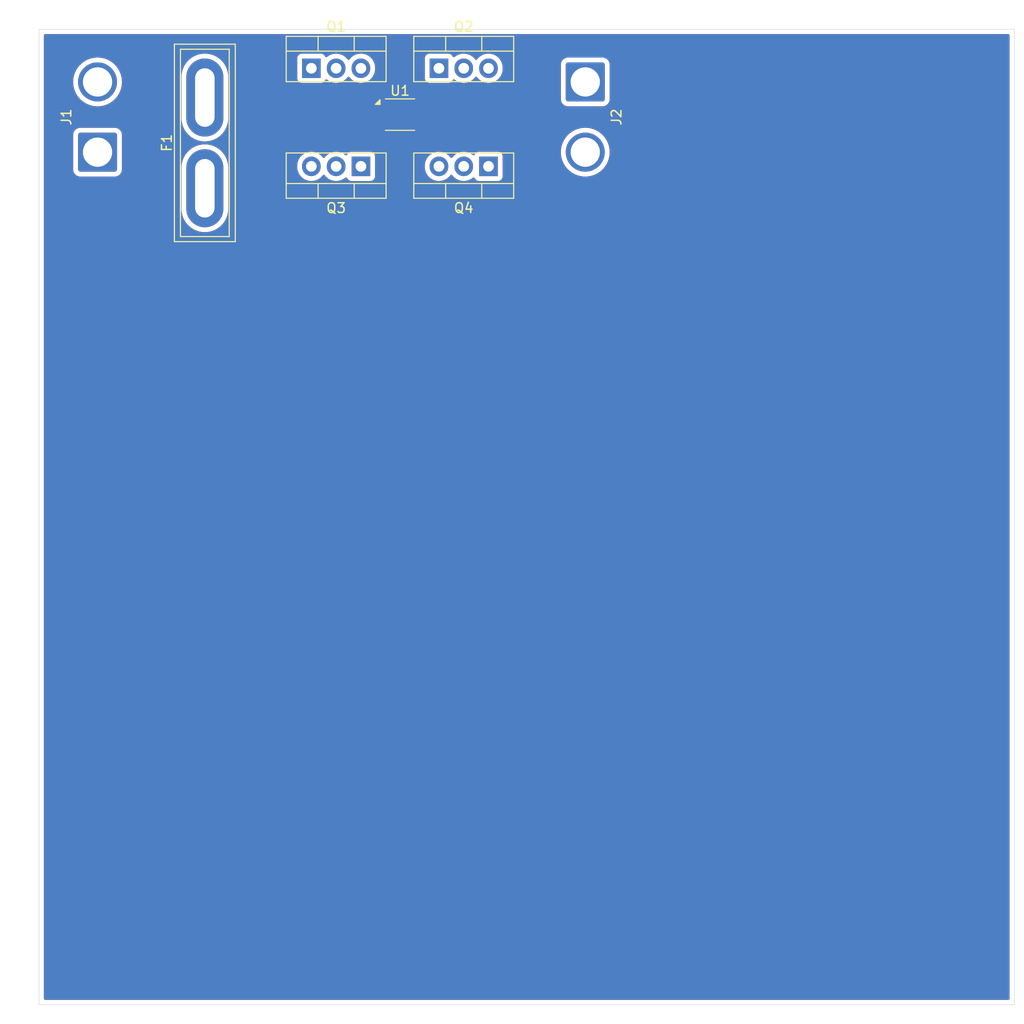
<source format=kicad_pcb>
(kicad_pcb (version 20240108) (generator "pcbnew") (generator_version "8.0")
  (layers (0 "F.Cu" signal) (31 "B.Cu" signal) (34 "B.Paste" user) (35 "F.Paste" user) (36 "B.SilkS" user "B.Silkscreen") (37 "F.SilkS" user "F.Silkscreen") (38 "B.Mask" user) (39 "F.Mask" user) (44 "Edge.Cuts" user))
  (net 0 "")
  (net 1 "Net-(Q1-D)")
  (net 2 "Net-(J1-Pin_2)")
  (net 3 "Net-(J1-Pin_1)")
  (net 4 "Net-(J2-Pin_2)")
  (net 5 "Net-(J2-Pin_1)")
  (net 6 "Net-(Q1-G)")
  (net 7 "Net-(Q2-G)")
  (net 8 "Net-(Q3-G)")
  (net 9 "Net-(Q4-G)")
  (footprint "Connector_Wire:SolderWire-2.5sqmm_1x02_P7.2mm_D2.4mm_OD3.6mm" (layer "F.Cu") (at 142 70.6 90)
    (property "Reference" "J1" (at 3.6 -3.2 270) (layer "F.SilkS"))
    (property "Value" "AC_IN")
    (pad "1" thru_hole roundrect (at 0 0 90) (size 4 4) (drill 3) (layers "*.Cu" "*.Mask") (roundrect_rratio 0.0625) (net 3 "Net-(J1-Pin_1)"))
    (pad "2" thru_hole circle (at 7.2 0 90) (size 4 4) (drill 3) (layers "*.Cu" "*.Mask") (net 2 "Net-(J1-Pin_2)"))
  )
  (footprint "Connector_Wire:SolderWire-2.5sqmm_1x02_P7.2mm_D2.4mm_OD3.6mm" (layer "F.Cu") (at 192 63.4 -90)
    (property "Reference" "J2" (at 3.6 -3.2 90) (layer "F.SilkS"))
    (property "Value" "DC_OUT")
    (pad "1" thru_hole roundrect (at 0 0 270) (size 4 4) (drill 3) (layers "*.Cu" "*.Mask") (roundrect_rratio 0.0625) (net 5 "Net-(J2-Pin_1)"))
    (pad "2" thru_hole circle (at 7.2 0 270) (size 4 4) (drill 3) (layers "*.Cu" "*.Mask") (net 4 "Net-(J2-Pin_2)"))
  )
  (footprint "Package_TO_SOT_THT:TO-220-3_Vertical" (layer "F.Cu") (at 177 62)
    (property "Reference" "Q2" (at 2.54 -4.27 0) (layer "F.SilkS"))
    (property "Value" "IRF540N")
    (fp_line (start -2.58 -3.27) (end -2.58 1.371) (stroke (width 0.12)) (layer "F.SilkS"))
    (fp_line (start -2.58 -3.27) (end 7.66 -3.27) (stroke (width 0.12)) (layer "F.SilkS"))
    (fp_line (start -2.58 -1.76) (end 7.66 -1.76) (stroke (width 0.12)) (layer "F.SilkS"))
    (fp_line (start -2.58 1.371) (end 7.66 1.371) (stroke (width 0.12)) (layer "F.SilkS"))
    (fp_line (start 0.69 -3.27) (end 0.69 -1.76) (stroke (width 0.12)) (layer "F.SilkS"))
    (fp_line (start 4.391 -3.27) (end 4.391 -1.76) (stroke (width 0.12)) (layer "F.SilkS"))
    (fp_line (start 7.66 -3.27) (end 7.66 1.371) (stroke (width 0.12)) (layer "F.SilkS"))
    (pad "1" thru_hole rect (at 0 0) (size 1.905 2) (drill 1.1) (layers "*.Cu" "*.Mask") (net 7 "Net-(Q2-G)"))
    (pad "2" thru_hole oval (at 2.54 0) (size 1.905 2) (drill 1.1) (layers "*.Cu" "*.Mask") (net 5 "Net-(J2-Pin_1)"))
    (pad "3" thru_hole oval (at 5.08 0) (size 1.905 2) (drill 1.1) (layers "*.Cu" "*.Mask") (net 1 "Net-(Q1-D)"))
  )
  (footprint "Package_TO_SOT_THT:TO-220-3_Vertical" (layer "F.Cu") (at 182.08 72.055 180)
    (property "Reference" "Q4" (at 2.54 -4.27 180) (layer "F.SilkS"))
    (property "Value" "IRF540N")
    (fp_line (start 7.66 -3.27) (end 7.66 1.371) (stroke (width 0.12)) (layer "F.SilkS"))
    (fp_line (start 4.391 -3.27) (end 4.391 -1.76) (stroke (width 0.12)) (layer "F.SilkS"))
    (fp_line (start 0.69 -3.27) (end 0.69 -1.76) (stroke (width 0.12)) (layer "F.SilkS"))
    (fp_line (start -2.58 1.371) (end 7.66 1.371) (stroke (width 0.12)) (layer "F.SilkS"))
    (fp_line (start -2.58 -1.76) (end 7.66 -1.76) (stroke (width 0.12)) (layer "F.SilkS"))
    (fp_line (start -2.58 -3.27) (end 7.66 -3.27) (stroke (width 0.12)) (layer "F.SilkS"))
    (fp_line (start -2.58 -3.27) (end -2.58 1.371) (stroke (width 0.12)) (layer "F.SilkS"))
    (pad "1" thru_hole rect (at 0 0 180) (size 1.905 2) (drill 1.1) (layers "*.Cu" "*.Mask") (net 9 "Net-(Q4-G)"))
    (pad "2" thru_hole oval (at 2.54 0 180) (size 1.905 2) (drill 1.1) (layers "*.Cu" "*.Mask") (net 4 "Net-(J2-Pin_2)"))
    (pad "3" thru_hole oval (at 5.08 0 180) (size 1.905 2) (drill 1.1) (layers "*.Cu" "*.Mask") (net 3 "Net-(J1-Pin_1)"))
  )
  (footprint "Package_DFN_QFN:DFN-8-1EP_3x3mm_P0.5mm_EP1.65x2.38mm" (layer "F.Cu") (at 173.01 66.75)
    (property "Reference" "U1" (at 0 -2.45 0) (layer "F.SilkS"))
    (property "Value" "LT4320xDD-1")
    (fp_line (start -1.5 -1.61) (end 1.5 -1.61) (stroke (width 0.12)) (layer "F.SilkS"))
    (fp_line (start -1.5 1.61) (end 1.5 1.61) (stroke (width 0.12)) (layer "F.SilkS"))
    (fp_poly (pts (xy -2.05 -1.05) (xy -2.53 -1.05) (xy -2.05 -1.53) (xy -2.05 -1.05)) (stroke (width 0.12)) (fill solid) (layer "F.SilkS"))
    (pad "1" smd roundrect (at -1.45 -0.75) (size 0.85 0.25) (layers "F.Cu" "F.Paste" "F.Mask") (net 3 "Net-(J1-Pin_1)"))
    (pad "2" smd roundrect (at -1.45 -0.25) (size 0.85 0.25) (layers "F.Cu" "F.Paste" "F.Mask") (net 8 "Net-(Q3-G)"))
    (pad "3" smd roundrect (at -1.45 0.25) (size 0.85 0.25) (layers "F.Cu" "F.Paste" "F.Mask") (net 6 "Net-(Q1-G)"))
    (pad "4" smd roundrect (at -1.45 0.75) (size 0.85 0.25) (layers "F.Cu" "F.Paste" "F.Mask") (net 9 "Net-(Q4-G)"))
    (pad "5" smd roundrect (at 1.45 0.75) (size 0.85 0.25) (layers "F.Cu" "F.Paste" "F.Mask") (net 4 "Net-(J2-Pin_2)"))
    (pad "6" smd roundrect (at 1.45 0.25) (size 0.85 0.25) (layers "F.Cu" "F.Paste" "F.Mask") (net 5 "Net-(J2-Pin_1)"))
    (pad "7" smd roundrect (at 1.45 -0.25) (size 0.85 0.25) (layers "F.Cu" "F.Paste" "F.Mask") (net 7 "Net-(Q2-G)"))
    (pad "8" smd roundrect (at 1.45 -0.75) (size 0.85 0.25) (layers "F.Cu" "F.Paste" "F.Mask") (net 1 "Net-(Q1-D)"))
    (pad "9" smd rect (at 0 0) (size 1.65 2.38) (property pad_prop_heatsink) (layers "F.Cu" "F.Mask") (net 4 "Net-(J2-Pin_2)"))
  )
  (footprint "Fuse:Fuse_Blade_ATO_directSolder" (layer "F.Cu") (at 153 74.3 90)
    (property "Reference" "F1" (at 4.65 -3.9 270) (layer "F.SilkS"))
    (property "Value" "20A")
    (fp_line (start -5.47 -3.12) (end 14.77 -3.12) (stroke (width 0.12)) (layer "F.SilkS"))
    (fp_line (start -5.47 -3.12) (end -5.47 3.12) (stroke (width 0.12)) (layer "F.SilkS"))
    (fp_line (start 14.25 -2.5) (end 14.25 2.5) (stroke (width 0.12)) (layer "F.SilkS"))
    (fp_line (start -4.95 -2.5) (end 14.25 -2.5) (stroke (width 0.12)) (layer "F.SilkS"))
    (fp_line (start 14.25 2.5) (end -4.95 2.5) (stroke (width 0.12)) (layer "F.SilkS"))
    (fp_line (start -4.95 2.5) (end -4.95 -2.5) (stroke (width 0.12)) (layer "F.SilkS"))
    (fp_line (start 14.77 3.12) (end 14.77 -3.12) (stroke (width 0.12)) (layer "F.SilkS"))
    (fp_line (start 14.77 3.12) (end -5.47 3.12) (stroke (width 0.12)) (layer "F.SilkS"))
    (pad "1" thru_hole oval (at 0 0 90) (size 8 3.8) (drill oval 6 2) (layers "*.Cu" "*.Mask") (net 2 "Net-(J1-Pin_2)"))
    (pad "2" thru_hole oval (at 9.3 0 90) (size 8 3.8) (drill oval 6 2) (layers "*.Cu" "*.Mask") (net 1 "Net-(Q1-D)"))
  )
  (footprint "Package_TO_SOT_THT:TO-220-3_Vertical" (layer "F.Cu") (at 169 72.055 180)
    (property "Reference" "Q3" (at 2.54 -4.27 180) (layer "F.SilkS"))
    (property "Value" "IRF540N")
    (fp_line (start 7.66 -3.27) (end 7.66 1.371) (stroke (width 0.12)) (layer "F.SilkS"))
    (fp_line (start 4.391 -3.27) (end 4.391 -1.76) (stroke (width 0.12)) (layer "F.SilkS"))
    (fp_line (start 0.69 -3.27) (end 0.69 -1.76) (stroke (width 0.12)) (layer "F.SilkS"))
    (fp_line (start -2.58 1.371) (end 7.66 1.371) (stroke (width 0.12)) (layer "F.SilkS"))
    (fp_line (start -2.58 -1.76) (end 7.66 -1.76) (stroke (width 0.12)) (layer "F.SilkS"))
    (fp_line (start -2.58 -3.27) (end 7.66 -3.27) (stroke (width 0.12)) (layer "F.SilkS"))
    (fp_line (start -2.58 -3.27) (end -2.58 1.371) (stroke (width 0.12)) (layer "F.SilkS"))
    (pad "1" thru_hole rect (at 0 0 180) (size 1.905 2) (drill 1.1) (layers "*.Cu" "*.Mask") (net 8 "Net-(Q3-G)"))
    (pad "2" thru_hole oval (at 2.54 0 180) (size 1.905 2) (drill 1.1) (layers "*.Cu" "*.Mask") (net 3 "Net-(J1-Pin_1)"))
    (pad "3" thru_hole oval (at 5.08 0 180) (size 1.905 2) (drill 1.1) (layers "*.Cu" "*.Mask") (net 5 "Net-(J2-Pin_1)"))
  )
  (footprint "Package_TO_SOT_THT:TO-220-3_Vertical" (layer "F.Cu") (at 163.92 62)
    (property "Reference" "Q1" (at 2.54 -4.27 0) (layer "F.SilkS"))
    (property "Value" "IRF540N")
    (fp_line (start -2.58 -3.27) (end -2.58 1.371) (stroke (width 0.12)) (layer "F.SilkS"))
    (fp_line (start -2.58 -3.27) (end 7.66 -3.27) (stroke (width 0.12)) (layer "F.SilkS"))
    (fp_line (start -2.58 -1.76) (end 7.66 -1.76) (stroke (width 0.12)) (layer "F.SilkS"))
    (fp_line (start -2.58 1.371) (end 7.66 1.371) (stroke (width 0.12)) (layer "F.SilkS"))
    (fp_line (start 0.69 -3.27) (end 0.69 -1.76) (stroke (width 0.12)) (layer "F.SilkS"))
    (fp_line (start 4.391 -3.27) (end 4.391 -1.76) (stroke (width 0.12)) (layer "F.SilkS"))
    (fp_line (start 7.66 -3.27) (end 7.66 1.371) (stroke (width 0.12)) (layer "F.SilkS"))
    (pad "1" thru_hole rect (at 0 0) (size 1.905 2) (drill 1.1) (layers "*.Cu" "*.Mask") (net 6 "Net-(Q1-G)"))
    (pad "2" thru_hole oval (at 2.54 0) (size 1.905 2) (drill 1.1) (layers "*.Cu" "*.Mask") (net 1 "Net-(Q1-D)"))
    (pad "3" thru_hole oval (at 5.08 0) (size 1.905 2) (drill 1.1) (layers "*.Cu" "*.Mask") (net 4 "Net-(J2-Pin_2)"))
  )
  (gr_rect (start 136 58) (end 236 158) (stroke (width 0.05)) (fill none) (layer "Edge.Cuts"))
  (zone (net 0) (net_name "") (layer "F.Cu") (connect_pads (clearance 0.5)) (min_thickness 0.25) (fill yes (thermal_gap 1) (thermal_bridge_width 1) (island_removal_mode 1) (island_area_min 10))
    (polygon (pts (xy 132 55) (xy 237 55) (xy 237 160) (xy 132 160)))
  )
  (zone (net 0) (net_name "") (layer "B.Cu") (priority 1) (connect_pads (clearance 0.5)) (min_thickness 0.25) (fill yes (thermal_gap 1) (thermal_bridge_width 1) (island_removal_mode 1) (island_area_min 10))
    (polygon (pts (xy 132 55) (xy 237 55) (xy 237 160) (xy 132 160)))
  )
)
</source>
